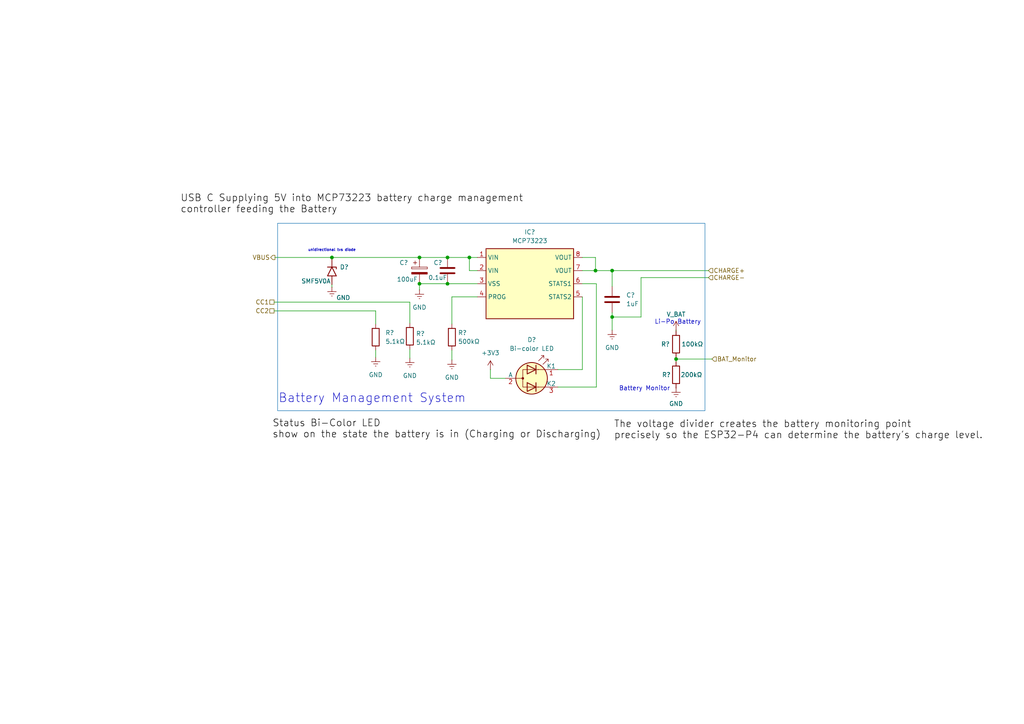
<source format=kicad_sch>
(kicad_sch (version 20250114) (generator "eeschema") (generator_version "9.0")
  (paper "A4")
  (lib_symbols
    (symbol "Battery_Management:LGS5500EP"
      (property "Reference" "CompleteLinearChargeManagementController:" (at 0 14.732 0))
      (property "Value" "MCP73223" (at 0 12.192 0))
      (symbol "LGS5500EP_1_1"
        (rectangle (start -12.7 10.16) (end 12.7 -10.16) (stroke (width 0.254)) (fill (type background)))
        (pin power_in line (at -15.24 7.62 0) (length 2.54) (name "VIN") (number "1"))
        (pin power_in line (at -15.24 3.81 0) (length 2.54) (name "VIN") (number "2"))
        (pin power_in line (at -15.24 0 0) (length 2.54) (name "VSS") (number "3"))
        (pin passive line (at -15.24 -3.81 0) (length 2.54) (name "PROG") (number "4"))
        (pin no_connect line (at -12.7 -2.54 0) (length 2.54) (hide yes) (name "NC") (number "6"))
        (pin power_out line (at 15.24 7.62 180) (length 2.54) (name "VOUT") (number "8"))
        (pin power_out line (at 15.24 3.81 180) (length 2.54) (name "VOUT") (number "7"))
        (pin output line (at 15.24 0 180) (length 2.54) (name "STATS1") (number "6"))
        (pin output line (at 15.24 -3.81 180) (length 2.54) (name "STATS2") (number "5"))
      )
    )
    (symbol "Device:C" (pin_numbers (hide yes)) (pin_names (offset 0.254))
      (property "Reference" "C" (at 0.635 2.54 0))
      (property "Value" "C" (at 0.635 -2.54 0))
      (symbol "C_0_1"
        (polyline (pts (xy -2.032 0.762) (xy 2.032 0.762)) (stroke (width 0.508)))
        (polyline (pts (xy -2.032 -0.762) (xy 2.032 -0.762)) (stroke (width 0.508)))
      )
      (symbol "C_1_1"
        (pin passive line (at 0 3.81 270) (length 2.794) (name "~") (number "1"))
        (pin passive line (at 0 -3.81 90) (length 2.794) (name "~") (number "2"))
      )
    )
    (symbol "Device:C_Polarized" (pin_numbers (hide yes)) (pin_names (offset 0.254))
      (property "Reference" "C" (at 0.635 2.54 0))
      (property "Value" "C_Polarized" (at 0.635 -2.54 0))
      (symbol "C_Polarized_0_1"
        (rectangle (start -2.286 0.508) (end 2.286 1.016))
        (polyline (pts (xy -1.778 2.286) (xy -0.762 2.286)))
        (polyline (pts (xy -1.27 2.794) (xy -1.27 1.778)))
        (rectangle (start 2.286 -0.508) (end -2.286 -1.016) (fill (type outline)))
      )
      (symbol "C_Polarized_1_1"
        (pin passive line (at 0 3.81 270) (length 2.794) (name "~") (number "1"))
        (pin passive line (at 0 -3.81 90) (length 2.794) (name "~") (number "2"))
      )
    )
    (symbol "Device:LED_Dual_KAK" (pin_names (offset 0))
      (property "Reference" "D" (at 0 5.715 0))
      (property "Value" "LED_Dual_KAK" (at 0 -6.35 0))
      (symbol "LED_Dual_KAK_0_1"
        (polyline (pts (xy -4.572 0) (xy -2.54 0)))
        (circle (center -2.54 0) (radius 0.2794) (fill (type outline)))
        (polyline (pts (xy -1.27 3.81) (xy -1.27 1.27) (xy 1.27 2.54) (xy -1.27 3.81)) (stroke (width 0.254)))
        (polyline (pts (xy -1.27 -1.27) (xy -1.27 -3.81) (xy 1.27 -2.54) (xy -1.27 -1.27)) (stroke (width 0.254)))
        (circle (center 0 0) (radius 4.572) (stroke (width 0.254)) (fill (type background)))
        (polyline (pts (xy 1.27 3.81) (xy 1.27 1.27)) (stroke (width 0.254)))
        (polyline (pts (xy 1.27 -1.27) (xy 1.27 -3.81)) (stroke (width 0.254)))
        (polyline (pts (xy 2.032 5.08) (xy 3.556 6.604) (xy 2.794 6.604) (xy 3.556 6.604) (xy 3.556 5.842)))
        (polyline (pts (xy 2.032 2.54) (xy -2.54 2.54) (xy -2.54 -2.54) (xy 2.032 -2.54)))
        (polyline (pts (xy 3.302 4.064) (xy 4.826 5.588) (xy 4.064 5.588) (xy 4.826 5.588) (xy 4.826 4.826)))
        (polyline (pts (xy 3.81 2.54) (xy 1.905 2.54)))
        (polyline (pts (xy 3.81 -2.54) (xy 1.905 -2.54)))
      )
      (symbol "LED_Dual_KAK_1_1"
        (pin input line (at -7.62 0 0) (length 3.048) (name "A") (number "2"))
        (pin input line (at 7.62 2.54 180) (length 3.81) (name "K1") (number "1"))
        (pin input line (at 7.62 -2.54 180) (length 3.81) (name "K2") (number "3"))
      )
    )
    (symbol "Device:R" (pin_numbers (hide yes)) (pin_names (offset 0))
      (property "Reference" "R" (at 2.032 0 90))
      (property "Value" "R" (at 0 0 90))
      (symbol "R_0_1"
        (rectangle (start -1.016 -2.54) (end 1.016 2.54) (stroke (width 0.254)))
      )
      (symbol "R_1_1"
        (pin passive line (at 0 3.81 270) (length 1.27) (name "~") (number "1"))
        (pin passive line (at 0 -3.81 90) (length 1.27) (name "~") (number "2"))
      )
    )
    (symbol "Diode:SMF5V0A" (pin_numbers (hide yes)) (pin_names (offset 1.016) (hide yes))
      (property "Reference" "D" (at 0 2.54 0))
      (property "Value" "SMF5V0A" (at 0 -2.54 0))
      (symbol "SMF5V0A_0_1"
        (polyline (pts (xy -0.762 1.27) (xy -1.27 1.27) (xy -1.27 -1.27)) (stroke (width 0.254)))
        (polyline (pts (xy 1.27 1.27) (xy 1.27 -1.27) (xy -1.27 0) (xy 1.27 1.27)) (stroke (width 0.254)))
      )
      (symbol "SMF5V0A_1_1"
        (pin passive line (at -3.81 0 0) (length 2.54) (name "A1") (number "1"))
        (pin passive line (at 3.81 0 180) (length 2.54) (name "A2") (number "2"))
      )
    )
    (symbol "power:GNDREF" (power) (pin_numbers (hide yes)) (pin_names (offset 0) (hide yes))
      (property "Value" "GNDREF" (at 0 -3.81 0))
      (symbol "GNDREF_0_1"
        (polyline (pts (xy -0.635 -1.905) (xy 0.635 -1.905)))
        (polyline (pts (xy -0.127 -2.54) (xy 0.127 -2.54)))
        (polyline (pts (xy 0 -1.27) (xy 0 0)))
        (polyline (pts (xy 1.27 -1.27) (xy -1.27 -1.27)))
      )
      (symbol "GNDREF_1_1"
        (pin power_in line (at 0 0 270) (length 0) (name "~") (number "1"))
      )
    )
    (symbol "power:VCC" (power) (pin_numbers (hide yes)) (pin_names (offset 0) (hide yes))
      (property "Value" "VCC" (at 0 3.556 0))
      (symbol "VCC_0_1"
        (polyline (pts (xy -0.762 1.27) (xy 0 2.54)))
        (polyline (pts (xy 0 2.54) (xy 0.762 1.27)))
        (polyline (pts (xy 0 0) (xy 0 2.54)))
      )
      (symbol "VCC_1_1"
        (pin power_in line (at 0 0 90) (length 0) (name "~") (number "1"))
      )
    )
  )
  (rectangle (start 80.518 64.77) (end 204.47 119.126) (stroke (width 0) (color 33 122 182 1)))
  (text "USB C Supplying 5V into MCP73223 battery charge management\ncontroller feeding the Battery " (at 52.324 59.182 0) (effects (font (size 2 2)) (justify left)))
  (text "Battery Management System" (at 107.95 115.57 0) (effects (font (size 2.54 2.54))))
  (text "unidirectional tvs diode" (at 96.266 72.644 0) (effects (font (size 0.762 0.762))))
  (text "Battery Monitor" (at 186.944 112.776 0) (effects (font (size 1.27 1.27))))
  (text "Status Bi-Color LED \nshow on the state the battery is in (Charging or Discharging)" (at 78.994 124.46 0) (effects (font (size 2 2)) (justify left)))
  (text "The voltage divider creates the battery monitoring point \nprecisely so the ESP32-P4 can determine the battery's charge level." (at 178.054 124.714 0) (effects (font (size 2 2)) (justify left)))
  (text "Li-Po Battery\n" (at 196.596 93.472 0) (effects (font (size 1.27 1.27))))
  (junction (at 121.666 74.676))
  (junction (at 136.144 74.676))
  (junction (at 177.546 78.486))
  (junction (at 129.794 74.676))
  (junction (at 177.546 91.948))
  (junction (at 96.266 74.676))
  (junction (at 172.72 78.486))
  (junction (at 196.088 104.14))
  (junction (at 129.794 82.296))
  (junction (at 121.666 82.296))
  (wire (pts (xy 185.928 80.518) (xy 185.928 91.948)))
  (wire (pts (xy 168.91 74.676) (xy 172.72 74.676)))
  (wire (pts (xy 196.088 103.632) (xy 196.088 104.14)))
  (wire (pts (xy 168.91 78.486) (xy 172.72 78.486)))
  (wire (pts (xy 118.872 87.63) (xy 118.872 93.726)))
  (wire (pts (xy 177.546 90.678) (xy 177.546 91.948)))
  (wire (pts (xy 185.928 91.948) (xy 177.546 91.948)))
  (wire (pts (xy 96.266 74.676) (xy 96.266 74.93)))
  (wire (pts (xy 172.974 82.296) (xy 172.974 112.268)))
  (wire (pts (xy 177.546 78.486) (xy 205.486 78.486)))
  (wire (pts (xy 142.24 107.188) (xy 142.24 109.728)))
  (wire (pts (xy 168.91 82.296) (xy 172.974 82.296)))
  (wire (pts (xy 96.266 83.312) (xy 96.266 82.55)))
  (wire (pts (xy 129.794 74.676) (xy 136.144 74.676)))
  (wire (pts (xy 161.798 112.268) (xy 172.974 112.268)))
  (wire (pts (xy 136.144 78.486) (xy 136.144 74.676)))
  (wire (pts (xy 196.088 104.14) (xy 196.088 104.902)))
  (wire (pts (xy 136.144 78.486) (xy 138.43 78.486)))
  (wire (pts (xy 177.546 78.486) (xy 177.546 83.058)))
  (wire (pts (xy 177.546 91.948) (xy 177.546 95.758)))
  (wire (pts (xy 172.72 78.486) (xy 177.546 78.486)))
  (wire (pts (xy 206.502 104.14) (xy 196.088 104.14)))
  (wire (pts (xy 79.502 90.17) (xy 108.966 90.17)))
  (wire (pts (xy 131.064 101.6) (xy 131.064 104.394)))
  (wire (pts (xy 108.966 90.17) (xy 108.966 93.98)))
  (wire (pts (xy 121.666 82.296) (xy 121.666 84.074)))
  (wire (pts (xy 138.43 86.106) (xy 131.064 86.106)))
  (wire (pts (xy 142.24 109.728) (xy 146.558 109.728)))
  (wire (pts (xy 168.91 86.106) (xy 168.91 107.188)))
  (wire (pts (xy 161.798 107.188) (xy 168.91 107.188)))
  (wire (pts (xy 121.666 82.296) (xy 129.794 82.296)))
  (wire (pts (xy 196.088 95.758) (xy 196.088 96.012)))
  (wire (pts (xy 136.144 74.676) (xy 138.43 74.676)))
  (wire (pts (xy 129.794 82.296) (xy 138.43 82.296)))
  (wire (pts (xy 131.064 86.106) (xy 131.064 93.98)))
  (wire (pts (xy 96.266 74.676) (xy 121.666 74.676)))
  (wire (pts (xy 79.502 87.63) (xy 118.872 87.63)))
  (wire (pts (xy 172.72 74.676) (xy 172.72 78.486)))
  (wire (pts (xy 79.756 74.676) (xy 96.266 74.676)))
  (wire (pts (xy 205.486 80.518) (xy 185.928 80.518)))
  (wire (pts (xy 118.872 101.346) (xy 118.872 103.886)))
  (wire (pts (xy 108.966 101.6) (xy 108.966 103.632)))
  (wire (pts (xy 121.666 74.676) (xy 129.794 74.676)))
  (hierarchical_label "CC2" (shape passive) (at 79.502 90.17 180))
  (hierarchical_label "CHARGE-" (shape input) (at 205.486 80.518 0))
  (hierarchical_label "CC1" (shape passive) (at 79.502 87.63 180))
  (hierarchical_label "VBUS" (shape output) (at 79.756 74.676 180))
  (hierarchical_label "CHARGE+" (shape input) (at 205.486 78.486 0))
  (hierarchical_label "BAT_Monitor" (shape input) (at 206.502 104.14 0))
  (symbol (lib_id "power:GNDREF") (at 118.872 103.886 0) (unit 1)
    (property "Reference" "#PWR?" (effects (hide yes)))
    (property "Value" "GND" (at 118.872 108.966 0))
    (property "Description" "Power symbol creates a global label with name \"GNDREF\" , reference supply ground" (effects (hide yes)))
  )
  (symbol (lib_id "Device:R") (at 118.872 97.536 0) (unit 1)
    (property "Reference" "R?" (at 120.65 96.774 0) (effects (justify left)))
    (property "Value" "5.1kΩ" (at 120.65 99.314 0) (effects (justify left)))
    (property "Footprint" "Resistor_SMD:R_0805_2012Metric" (effects (hide yes)))
    (property "Description" "Resistor" (effects (hide yes)))
  )
  (symbol (lib_id "Device:C_Polarized") (at 121.666 78.486 0) (unit 1)
    (property "Reference" "C?" (at 115.824 76.2 0) (effects (justify left)))
    (property "Value" "100uF" (at 115.062 81.026 0) (effects (justify left)))
    (property "Footprint" "Capacitor_THT:CP_Radial_D5.0mm_P2.50mm" (effects (hide yes)))
    (property "Description" "Polarized capacitor" (effects (hide yes)))
  )
  (symbol (lib_id "Device:R") (at 196.088 108.712 0) (mirror y) (unit 1)
    (property "Reference" "R?" (at 194.564 108.712 0) (effects (justify left)))
    (property "Value" "200kΩ" (at 203.708 108.712 0) (effects (justify left)))
    (property "Footprint" "Resistor_SMD:R_0805_2012Metric" (effects (hide yes)))
    (property "Description" "Resistor" (effects (hide yes)))
  )
  (symbol (lib_id "power:GNDREF") (at 131.064 104.394 0) (unit 1)
    (property "Reference" "#PWR?" (effects (hide yes)))
    (property "Value" "GND" (at 131.064 109.474 0))
    (property "Description" "Power symbol creates a global label with name \"GNDREF\" , reference supply ground" (effects (hide yes)))
  )
  (symbol (lib_id "power:GNDREF") (at 177.546 95.758 0) (unit 1)
    (property "Reference" "#PWR?" (effects (hide yes)))
    (property "Value" "GND" (at 177.546 100.838 0))
    (property "Description" "Power symbol creates a global label with name \"GNDREF\" , reference supply ground" (effects (hide yes)))
  )
  (symbol (lib_id "Device:C") (at 177.546 86.868 0) (unit 1)
    (property "Reference" "C?" (at 181.61 85.5979 0) (effects (justify left)))
    (property "Value" "1uF" (at 181.61 88.1379 0) (effects (justify left)))
    (property "Footprint" "Capacitor_SMD:C_0805_2012Metric" (effects (hide yes)))
    (property "Description" "Unpolarized capacitor" (effects (hide yes)))
  )
  (symbol (lib_id "Battery_Management:LGS5500EP") (at 153.67 82.296 0) (unit 1)
    (property "Reference" "IC?" (at 153.67 67.31 0))
    (property "Value" "MCP73223" (at 153.67 69.85 0))
    (property "Footprint" "Package_DFN_QFN:DFN-10-1EP_3x3mm_P0.5mm_EP1.55x2.48mm" (effects (hide yes)))
    (property "Datasheet" "https://www.lcsc.com/datasheet/lcsc_datasheet_2304071430_Legend-Si-LGS5500EP_C5280699.pdf" (effects (hide yes)))
    (property "Description" "LiPo charger and 5V boost converter, 4.5-5.5V input, 4.2-4.4V battery, 400-1000mA charge current, 800mA boost output, SOIC-8-1EP" (effects (hide yes)))
  )
  (symbol (lib_id "power:GNDREF") (at 108.966 103.632 0) (unit 1)
    (property "Reference" "#PWR?" (effects (hide yes)))
    (property "Value" "GND" (at 108.966 108.712 0))
    (property "Description" "Power symbol creates a global label with name \"GNDREF\" , reference supply ground" (effects (hide yes)))
  )
  (symbol (lib_id "power:VCC") (at 196.088 95.758 0) (mirror y) (unit 1)
    (property "Reference" "#PWR?" (effects (hide yes)))
    (property "Value" "V_BAT" (at 196.088 91.186 0))
    (property "Description" "Power symbol creates a global label with name \"VCC\"" (effects (hide yes)))
  )
  (symbol (lib_id "Diode:SMF5V0A") (at 96.266 78.74 270) (unit 1)
    (property "Reference" "D?" (at 98.552 77.4699 90) (effects (justify left)))
    (property "Value" "SMF5V0A" (at 87.376 81.534 90) (effects (justify left)))
    (property "Footprint" "Diode_SMD:D_SMF" (effects (hide yes)))
    (property "Datasheet" "https://www.vishay.com/doc?85881" (effects (hide yes)))
    (property "Description" "200W unidirectional Transil Transient Voltage Suppressor, 5Vrwm, SMF" (effects (hide yes)))
  )
  (symbol (lib_id "Device:LED_Dual_KAK") (at 154.178 109.728 0) (unit 1)
    (property "Reference" "D?" (at 154.2415 98.552 0))
    (property "Value" "Bi-color LED" (at 154.2415 101.092 0))
    (property "Footprint" "LED_THT:LED_D8.0mm-3" (effects (hide yes)))
    (property "Description" "Dual LED, common anode on pin 2" (effects (hide yes)))
  )
  (symbol (lib_id "Device:R") (at 196.088 99.822 0) (mirror y) (unit 1)
    (property "Reference" "R?" (at 194.31 99.822 0) (effects (justify left)))
    (property "Value" "100kΩ" (at 203.962 99.822 0) (effects (justify left)))
    (property "Footprint" "Resistor_SMD:R_0805_2012Metric" (effects (hide yes)))
    (property "Description" "Resistor" (effects (hide yes)))
  )
  (symbol (lib_id "power:GNDREF") (at 196.088 112.522 0) (mirror y) (unit 1)
    (property "Reference" "#PWR?" (effects (hide yes)))
    (property "Value" "GND" (at 196.088 117.094 0))
    (property "Description" "Power symbol creates a global label with name \"GNDREF\" , reference supply ground" (effects (hide yes)))
  )
  (symbol (lib_id "Device:R") (at 108.966 97.79 0) (unit 1)
    (property "Reference" "R?" (at 111.76 96.5199 0) (effects (justify left)))
    (property "Value" "5.1kΩ" (at 111.76 99.0599 0) (effects (justify left)))
    (property "Footprint" "Resistor_SMD:R_0805_2012Metric" (effects (hide yes)))
    (property "Description" "Resistor" (effects (hide yes)))
  )
  (symbol (lib_id "power:VCC") (at 142.24 107.188 0) (unit 1)
    (property "Reference" "#PWR?" (effects (hide yes)))
    (property "Value" "+3V3" (at 142.24 102.362 0))
    (property "Description" "Power symbol creates a global label with name \"VCC\"" (effects (hide yes)))
  )
  (symbol (lib_id "Device:R") (at 131.064 97.79 0) (unit 1)
    (property "Reference" "R?" (at 132.842 96.5199 0) (effects (justify left)))
    (property "Value" "500kΩ" (at 132.842 99.0599 0) (effects (justify left)))
    (property "Footprint" "Resistor_SMD:R_0805_2012Metric" (effects (hide yes)))
    (property "Description" "Resistor" (effects (hide yes)))
  )
  (symbol (lib_id "power:GNDREF") (at 121.666 84.074 0) (unit 1)
    (property "Reference" "#PWR?" (effects (hide yes)))
    (property "Value" "GND" (at 121.666 89.154 0))
    (property "Description" "Power symbol creates a global label with name \"GNDREF\" , reference supply ground" (effects (hide yes)))
  )
  (symbol (lib_id "power:GNDREF") (at 96.266 83.312 0) (unit 1)
    (property "Reference" "#PWR?" (effects (hide yes)))
    (property "Value" "GND" (at 99.568 86.36 0))
    (property "Description" "Power symbol creates a global label with name \"GNDREF\" , reference supply ground" (effects (hide yes)))
  )
  (symbol (lib_id "Device:C") (at 129.794 78.486 0) (unit 1)
    (property "Reference" "C?" (at 125.73 76.2 0) (effects (justify left)))
    (property "Value" "0.1uF" (at 124.206 80.518 0) (effects (justify left)))
    (property "Footprint" "Capacitor_SMD:C_0805_2012Metric" (effects (hide yes)))
    (property "Description" "Unpolarized capacitor" (effects (hide yes)))
  )
)
</source>
